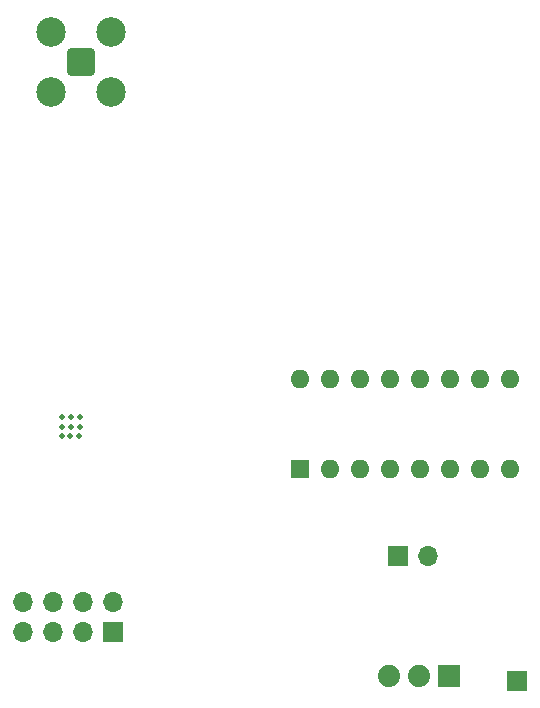
<source format=gbr>
%TF.GenerationSoftware,KiCad,Pcbnew,8.0.4*%
%TF.CreationDate,2024-10-15T15:40:55-05:00*%
%TF.ProjectId,verification_unit,76657269-6669-4636-9174-696f6e5f756e,rev?*%
%TF.SameCoordinates,Original*%
%TF.FileFunction,Soldermask,Bot*%
%TF.FilePolarity,Negative*%
%FSLAX46Y46*%
G04 Gerber Fmt 4.6, Leading zero omitted, Abs format (unit mm)*
G04 Created by KiCad (PCBNEW 8.0.4) date 2024-10-15 15:40:55*
%MOMM*%
%LPD*%
G01*
G04 APERTURE LIST*
G04 Aperture macros list*
%AMRoundRect*
0 Rectangle with rounded corners*
0 $1 Rounding radius*
0 $2 $3 $4 $5 $6 $7 $8 $9 X,Y pos of 4 corners*
0 Add a 4 corners polygon primitive as box body*
4,1,4,$2,$3,$4,$5,$6,$7,$8,$9,$2,$3,0*
0 Add four circle primitives for the rounded corners*
1,1,$1+$1,$2,$3*
1,1,$1+$1,$4,$5*
1,1,$1+$1,$6,$7*
1,1,$1+$1,$8,$9*
0 Add four rect primitives between the rounded corners*
20,1,$1+$1,$2,$3,$4,$5,0*
20,1,$1+$1,$4,$5,$6,$7,0*
20,1,$1+$1,$6,$7,$8,$9,0*
20,1,$1+$1,$8,$9,$2,$3,0*%
G04 Aperture macros list end*
%ADD10R,1.700000X1.700000*%
%ADD11O,1.700000X1.700000*%
%ADD12C,0.508000*%
%ADD13R,1.600000X1.600000*%
%ADD14O,1.600000X1.600000*%
%ADD15R,1.879600X1.879600*%
%ADD16C,1.879600*%
%ADD17RoundRect,0.200100X-0.949900X-0.949900X0.949900X-0.949900X0.949900X0.949900X-0.949900X0.949900X0*%
%ADD18C,2.500000*%
G04 APERTURE END LIST*
D10*
%TO.C,J3*%
X154218651Y-109586351D03*
D11*
X156758651Y-109586351D03*
%TD*%
D10*
%TO.C,J1*%
X130058651Y-116061351D03*
D11*
X130058651Y-113521351D03*
X127518651Y-116061351D03*
X127518651Y-113521351D03*
X124978651Y-116061351D03*
X124978651Y-113521351D03*
X122438651Y-116061351D03*
X122438651Y-113521351D03*
%TD*%
D12*
%TO.C,U3*%
X125731250Y-99450001D03*
X126461250Y-99450001D03*
X127228650Y-99450001D03*
X125761250Y-98670001D03*
X126491250Y-98670001D03*
X127258650Y-98670001D03*
X125778650Y-97880001D03*
X126508650Y-97880001D03*
X127276050Y-97880001D03*
%TD*%
D13*
%TO.C,U2*%
X145898651Y-102221351D03*
D14*
X148438651Y-102221351D03*
X150978651Y-102221351D03*
X153518651Y-102221351D03*
X156058651Y-102221351D03*
X158598651Y-102221351D03*
X161138651Y-102221351D03*
X163678651Y-102221351D03*
X163678651Y-94601351D03*
X161138651Y-94601351D03*
X158598651Y-94601351D03*
X156058651Y-94601351D03*
X153518651Y-94601351D03*
X150978651Y-94601351D03*
X148438651Y-94601351D03*
X145898651Y-94601351D03*
%TD*%
D15*
%TO.C,U4*%
X158488651Y-119813351D03*
D16*
X155948651Y-119813351D03*
X153408651Y-119813351D03*
%TD*%
D17*
%TO.C,J2*%
X127368651Y-67776351D03*
D18*
X124828651Y-65236351D03*
X124828651Y-70316351D03*
X129908651Y-65236351D03*
X129908651Y-70316351D03*
%TD*%
D10*
%TO.C,J4*%
X164298651Y-120203351D03*
%TD*%
M02*

</source>
